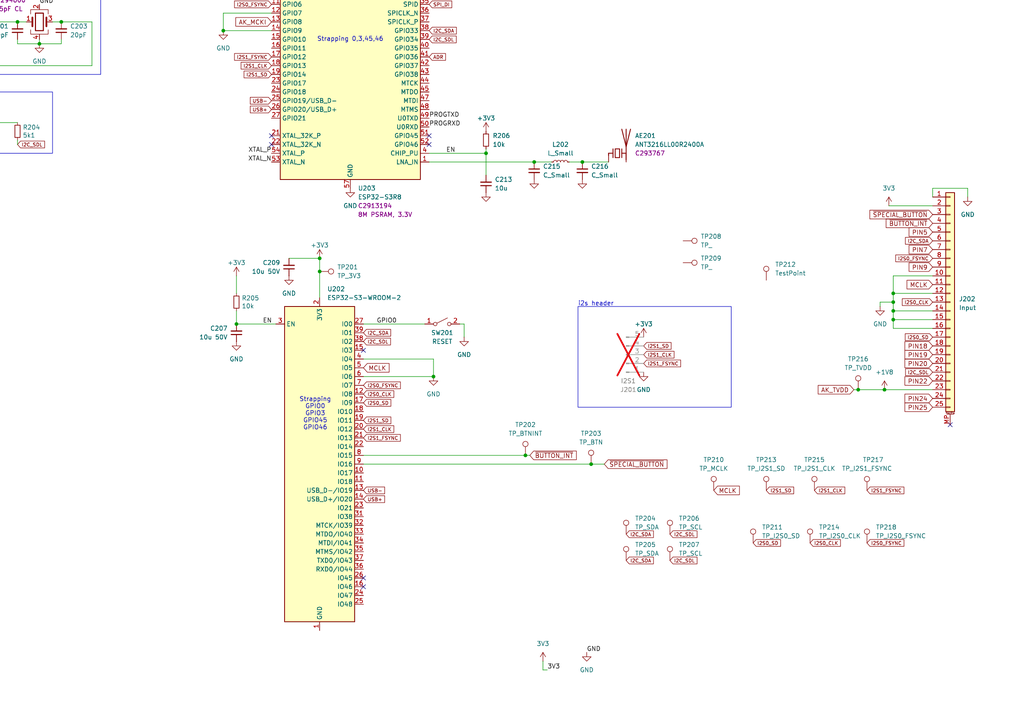
<source format=kicad_sch>
(kicad_sch (version 20231120) (generator "eeschema") (generator_version "8.0")
  (paper "A4")
  (junction (at 7.62 -49.53))
  (junction (at 7.62 -45.72))
  (junction (at 259.08 92.71))
  (junction (at -2.54 35.56))
  (junction (at 111.76 -36.83))
  (junction (at 140.97 44.45))
  (junction (at 44.45 -44.45))
  (junction (at 259.08 85.09))
  (junction (at 133.35 -31.75))
  (junction (at 76.2 -44.45))
  (junction (at 152.4 132.08))
  (junction (at 92.71 74.93))
  (junction (at 256.54 113.03))
  (junction (at 259.08 87.63))
  (junction (at 123.19 -31.75))
  (junction (at 125.73 109.22))
  (junction (at 85.09 -44.45))
  (junction (at 154.94 46.99))
  (junction (at 106.68 -36.83))
  (junction (at 248.92 113.03))
  (junction (at 111.76 -31.75))
  (junction (at 168.91 46.99))
  (junction (at 64.77 -38.1))
  (junction (at 11.43 12.7))
  (junction (at 68.58 93.98))
  (junction (at 123.19 -36.83))
  (junction (at 64.77 8.89))
  (junction (at 133.35 -36.83))
  (junction (at 54.61 -38.1))
  (junction (at 106.68 -24.13))
  (junction (at 92.71 78.74))
  (junction (at 17.78 6.35))
  (junction (at 5.08 6.35))
  (junction (at 171.45 134.62))
  (junction (at -5.08 -40.64))
  (junction (at 54.61 -44.45))
  (junction (at 259.08 90.17))
  (junction (at 106.68 -26.67))
  (junction (at 64.77 -44.45))
  (no_connect (at 124.46 -13.97))
  (no_connect (at 105.41 167.64))
  (no_connect (at 124.46 41.91))
  (no_connect (at 124.46 39.37))
  (no_connect (at 105.41 170.18))
  (no_connect (at 275.59 123.19))
  (no_connect (at 105.41 101.6))
  (no_connect (at 78.74 -6.35))
  (no_connect (at 78.74 41.91))
  (no_connect (at 78.74 39.37))
  (wire (pts (xy 105.41 132.08) (xy 152.4 132.08)))
  (wire (pts (xy 64.77 -44.45) (xy 68.58 -44.45)))
  (wire (pts (xy -10.16 41.91) (xy -10.16 40.64)))
  (wire (pts (xy 15.24 -45.72) (xy 19.05 -45.72)))
  (wire (pts (xy 259.08 92.71) (xy 270.51 92.71)))
  (wire (pts (xy 257.81 59.69) (xy 270.51 59.69)))
  (wire (pts (xy 259.08 90.17) (xy 270.51 90.17)))
  (wire (pts (xy 259.08 85.09) (xy 270.51 85.09)))
  (wire (pts (xy 106.68 -26.67) (xy 106.68 -24.13)))
  (wire (pts (xy 105.41 109.22) (xy 125.73 109.22)))
  (wire (pts (xy 76.2 -44.45) (xy 85.09 -44.45)))
  (wire (pts (xy 106.68 -36.83) (xy 111.76 -36.83)))
  (wire (pts (xy -8.89 8.89) (xy -3.81 8.89)))
  (wire (pts (xy 17.78 11.43) (xy 17.78 12.7)))
  (wire (pts (xy 101.6 -21.59) (xy 101.6 -24.13)))
  (wire (pts (xy -5.08 -49.53) (xy 7.62 -49.53)))
  (wire (pts (xy 270.51 80.01) (xy 259.08 80.01)))
  (wire (pts (xy 7.62 -50.8) (xy 7.62 -49.53)))
  (wire (pts (xy 259.08 92.71) (xy 259.08 95.25)))
  (wire (pts (xy 96.52 -21.59) (xy 96.52 -26.67)))
  (wire (pts (xy -5.08 -49.53) (xy -5.08 -48.26)))
  (wire (pts (xy 165.1 46.99) (xy 168.91 46.99)))
  (wire (pts (xy 255.27 87.63) (xy 259.08 87.63)))
  (wire (pts (xy 11.43 12.7) (xy 17.78 12.7)))
  (wire (pts (xy 54.61 -38.1) (xy 64.77 -38.1)))
  (wire (pts (xy 5.08 11.43) (xy 5.08 12.7)))
  (wire (pts (xy -10.16 35.56) (xy -2.54 35.56)))
  (wire (pts (xy 64.77 -38.1) (xy 76.2 -38.1)))
  (wire (pts (xy 270.51 57.15) (xy 270.51 54.61)))
  (wire (pts (xy 175.26 134.62) (xy 171.45 134.62)))
  (wire (pts (xy 64.77 -43.18) (xy 64.77 -44.45)))
  (wire (pts (xy 15.24 6.35) (xy 17.78 6.35)))
  (wire (pts (xy 133.35 93.98) (xy 134.62 93.98)))
  (wire (pts (xy 140.97 44.45) (xy 140.97 43.18)))
  (wire (pts (xy 255.27 88.9) (xy 255.27 87.63)))
  (wire (pts (xy 96.52 -26.67) (xy 106.68 -26.67)))
  (wire (pts (xy -5.08 -40.64) (xy -2.54 -40.64)))
  (wire (pts (xy 105.41 93.98) (xy 123.19 93.98)))
  (wire (pts (xy 123.19 -31.75) (xy 133.35 -31.75)))
  (wire (pts (xy 153.67 132.08) (xy 152.4 132.08)))
  (wire (pts (xy 64.77 8.89) (xy 78.74 8.89)))
  (wire (pts (xy 105.41 134.62) (xy 171.45 134.62)))
  (wire (pts (xy 17.78 6.35) (xy 26.67 6.35)))
  (wire (pts (xy -5.08 -43.18) (xy -5.08 -40.64)))
  (wire (pts (xy 133.35 -31.75) (xy 143.51 -31.75)))
  (wire (pts (xy 111.76 -31.75) (xy 123.19 -31.75)))
  (wire (pts (xy 7.62 -49.53) (xy 7.62 -45.72)))
  (wire (pts (xy 259.08 90.17) (xy 259.08 92.71)))
  (wire (pts (xy 68.58 93.98) (xy 80.01 93.98)))
  (wire (pts (xy 256.54 113.03) (xy 270.51 113.03)))
  (wire (pts (xy 125.73 109.22) (xy 125.73 104.14)))
  (wire (pts (xy 270.51 54.61) (xy 280.67 54.61)))
  (wire (pts (xy -7.62 -40.64) (xy -5.08 -40.64)))
  (wire (pts (xy 68.58 80.01) (xy 68.58 85.09)))
  (wire (pts (xy 68.58 90.17) (xy 68.58 93.98)))
  (wire (pts (xy 104.14 -43.18) (xy 104.14 -21.59)))
  (wire (pts (xy 7.62 -45.72) (xy 10.16 -45.72)))
  (wire (pts (xy 64.77 3.81) (xy 64.77 8.89)))
  (wire (pts (xy 11.43 11.43) (xy 11.43 12.7)))
  (wire (pts (xy 124.46 46.99) (xy 154.94 46.99)))
  (wire (pts (xy 85.09 -44.45) (xy 99.06 -44.45)))
  (wire (pts (xy 157.48 191.77) (xy 157.48 194.31)))
  (wire (pts (xy 259.08 80.01) (xy 259.08 85.09)))
  (wire (pts (xy 259.08 95.25) (xy 270.51 95.25)))
  (wire (pts (xy 5.08 41.91) (xy 5.08 40.64)))
  (wire (pts (xy 44.45 -38.1) (xy 54.61 -38.1)))
  (wire (pts (xy 106.68 -36.83) (xy 106.68 -26.67)))
  (wire (pts (xy 92.71 74.93) (xy 83.82 74.93)))
  (wire (pts (xy 111.76 -36.83) (xy 123.19 -36.83)))
  (wire (pts (xy 247.65 113.03) (xy 248.92 113.03)))
  (wire (pts (xy 54.61 -44.45) (xy 64.77 -44.45)))
  (wire (pts (xy 5.08 12.7) (xy 11.43 12.7)))
  (wire (pts (xy 106.68 -24.13) (xy 106.68 -21.59)))
  (wire (pts (xy 26.67 6.35) (xy 26.67 19.05)))
  (wire (pts (xy 134.62 93.98) (xy 134.62 97.79)))
  (wire (pts (xy 123.19 -36.83) (xy 133.35 -36.83)))
  (wire (pts (xy 133.35 -36.83) (xy 143.51 -36.83)))
  (wire (pts (xy 124.46 44.45) (xy 140.97 44.45)))
  (wire (pts (xy 157.48 194.31) (xy 158.75 194.31)))
  (wire (pts (xy 99.06 -44.45) (xy 99.06 -21.59)))
  (wire (pts (xy -3.81 6.35) (xy 5.08 6.35)))
  (wire (pts (xy 259.08 85.09) (xy 259.08 87.63)))
  (wire (pts (xy 66.04 -13.97) (xy 78.74 -13.97)))
  (wire (pts (xy 44.45 -49.53) (xy 44.45 -44.45)))
  (wire (pts (xy 92.71 74.93) (xy 92.71 78.74)))
  (wire (pts (xy 78.74 3.81) (xy 64.77 3.81)))
  (wire (pts (xy 92.71 78.74) (xy 92.71 86.36)))
  (wire (pts (xy 76.2 -43.18) (xy 76.2 -44.45)))
  (wire (pts (xy 26.67 19.05) (xy -3.81 19.05)))
  (wire (pts (xy 248.92 113.03) (xy 256.54 113.03)))
  (wire (pts (xy 54.61 -43.18) (xy 54.61 -44.45)))
  (wire (pts (xy 168.91 46.99) (xy 176.53 46.99)))
  (wire (pts (xy 154.94 46.99) (xy 160.02 46.99)))
  (wire (pts (xy 101.6 -24.13) (xy 106.68 -24.13)))
  (wire (pts (xy 280.67 54.61) (xy 280.67 57.15)))
  (wire (pts (xy 5.08 6.35) (xy 7.62 6.35)))
  (wire (pts (xy 44.45 -44.45) (xy 54.61 -44.45)))
  (wire (pts (xy 44.45 -43.18) (xy 44.45 -44.45)))
  (wire (pts (xy 125.73 104.14) (xy 105.41 104.14)))
  (wire (pts (xy -2.54 35.56) (xy -2.54 34.29)))
  (wire (pts (xy 85.09 -46.99) (xy 85.09 -44.45)))
  (wire (pts (xy 73.66 -44.45) (xy 76.2 -44.45)))
  (wire (pts (xy 5.08 35.56) (xy -2.54 35.56)))
  (wire (pts (xy -3.81 19.05) (xy -3.81 8.89)))
  (wire (pts (xy 140.97 50.8) (xy 140.97 44.45)))
  (wire (pts (xy 259.08 87.63) (xy 259.08 90.17)))
  (rectangle (start -17.78 -7.62) (end 29.21 21.59))
  (rectangle (start 167.64 88.9) (end 212.09 118.11))
  (rectangle (start -17.78 26.67) (end 15.24 44.45))
  (rectangle (start -17.78 -58.42) (end 33.02 -12.7))
  (text "Strapping 0,3,45,46" (at 101.6 11.43 0) (effects (font (size 1.27 1.27))))
  (text "Do not use. In-package SRAM." (at 137.414 -13.716 0) (effects (font (size 1 1))))
  (text "SPI Flash" (at -17.78 -59.055 0) (effects (font (size 1.27 1.27)) (justify left bottom)))
  (text "i2s header" (at 167.64 88.9 0) (effects (font (size 1.27 1.27)) (justify left bottom)))
  (text "I2C Pullup" (at -17.78 26.035 0) (effects (font (size 1.27 1.27)) (justify left bottom)))
  (text "Strapping\nGPIO0\nGPIO3\nGPIO45\nGPIO46" (at 91.44 120.015 0) (effects (font (size 1.27 1.27))))
  (text "Crystal" (at -17.78 -8.255 0) (effects (font (size 1.27 1.27)) (justify left bottom)))
  (label "GPIO0" (at 109.22 93.98 0))
  (label "GND" (at 11.43 1.27 0))
  (label "GND" (at 170.18 189.23 0))
  (label "GPIO0" (at 78.74 -13.97 180))
  (label "3V3" (at 158.75 194.31 0))
  (label "PROGRXD" (at 124.46 36.83 0))
  (label "XTAL_N" (at -8.89 8.89 180))
  (label "XTAL_P" (at -8.89 6.35 180))
  (label "EN" (at 132.08 44.45 180))
  (label "PROGTXD" (at 124.46 34.29 0))
  (label "XTAL_N" (at 78.74 46.99 180))
  (label "XTAL_P" (at 78.74 44.45 180))
  (label "EN" (at 76.2 93.98 0))
  (global_label "I2C_SDL" (shape input) (at 124.46 11.43 0) (effects (font (size 1 1))) (property "Intersheetrefs" "${INTERSHEET_REFS}" (effects (hide yes))))
  (global_label "I2S0_FSYNC" (shape input) (at 105.41 111.76 0) (effects (font (size 1 1))) (property "Intersheetrefs" "${INTERSHEET_REFS}" (effects (hide yes))))
  (global_label "I2C_SDL" (shape input) (at 194.31 154.94 0) (effects (font (size 1 1))) (property "Intersheetrefs" "${INTERSHEET_REFS}" (effects (hide yes))))
  (global_label "I2S0_CLK" (shape input) (at 270.51 87.63 180) (effects (font (size 1 1))) (property "Intersheetrefs" "${INTERSHEET_REFS}" (effects (hide yes))))
  (global_label "MCLK" (shape input) (at 207.01 142.24 0) (property "Intersheetrefs" "${INTERSHEET_REFS}" (effects (hide yes))))
  (global_label "SPI_CS0" (shape input) (at -7.62 -40.64 180) (effects (font (size 1 1))) (property "Intersheetrefs" "${INTERSHEET_REFS}" (effects (hide yes))))
  (global_label "MCLK" (shape input) (at 105.41 106.68 0) (property "Intersheetrefs" "${INTERSHEET_REFS}" (effects (hide yes))))
  (global_label "I2S1_SD" (shape input) (at 105.41 121.92 0) (effects (font (size 1 1))) (property "Intersheetrefs" "${INTERSHEET_REFS}" (effects (hide yes))))
  (global_label "I2S0_CLK" (shape input) (at 105.41 114.3 0) (effects (font (size 1 1))) (property "Intersheetrefs" "${INTERSHEET_REFS}" (effects (hide yes))))
  (global_label "I2S1_CLK" (shape input) (at 236.22 142.24 0) (effects (font (size 1 1))) (property "Intersheetrefs" "${INTERSHEET_REFS}" (effects (hide yes))))
  (global_label "~{BUTTON_INT}" (shape input) (at 153.67 132.08 0) (property "Intersheetrefs" "${INTERSHEET_REFS}" (effects (hide yes))))
  (global_label "SPI_WP" (shape input) (at 124.46 -8.89 0) (effects (font (size 1 1))) (property "Intersheetrefs" "${INTERSHEET_REFS}" (effects (hide yes))))
  (global_label "PIN9" (shape input) (at 270.51 77.47 180) (property "Intersheetrefs" "${INTERSHEET_REFS}" (effects (hide yes))))
  (global_label "USB-" (shape input) (at 105.41 142.24 0) (effects (font (size 1 1))) (property "Intersheetrefs" "${INTERSHEET_REFS}" (effects (hide yes))))
  (global_label "PIN24" (shape input) (at 270.51 115.57 180) (property "Intersheetrefs" "${INTERSHEET_REFS}" (effects (hide yes))))
  (global_label "~{SPECIAL_BUTTON}" (shape input) (at 270.51 62.23 180) (property "Intersheetrefs" "${INTERSHEET_REFS}" (effects (hide yes))))
  (global_label "SPI_HD" (shape input) (at 124.46 -11.43 0) (effects (font (size 1 1))) (property "Intersheetrefs" "${INTERSHEET_REFS}" (effects (hide yes))))
  (global_label "I2S0_SD" (shape input) (at 270.51 97.79 180) (effects (font (size 1 1))) (property "Intersheetrefs" "${INTERSHEET_REFS}" (effects (hide yes))))
  (global_label "SPI_HD" (shape input) (at -2.54 -27.94 180) (effects (font (size 1 1))) (property "Intersheetrefs" "${INTERSHEET_REFS}" (effects (hide yes))))
  (global_label "~{BUTTON_INT}" (shape input) (at 270.51 64.77 180) (property "Intersheetrefs" "${INTERSHEET_REFS}" (effects (hide yes))))
  (global_label "I2C_SDL" (shape input) (at 194.31 162.56 0) (effects (font (size 1 1))) (property "Intersheetrefs" "${INTERSHEET_REFS}" (effects (hide yes))))
  (global_label "I2S0_FSYNC" (shape input) (at 251.46 157.48 0) (effects (font (size 1 1))) (property "Intersheetrefs" "${INTERSHEET_REFS}" (effects (hide yes))))
  (global_label "SPI_DO" (shape input) (at 124.46 -1.27 0) (effects (font (size 1 1))) (property "Intersheetrefs" "${INTERSHEET_REFS}" (effects (hide yes))))
  (global_label "I2C_SDL" (shape input) (at 270.51 107.95 180) (effects (font (size 1 1))) (property "Intersheetrefs" "${INTERSHEET_REFS}" (effects (hide yes))))
  (global_label "I2C_SDA" (shape input) (at 124.46 8.89 0) (effects (font (size 1 1))) (property "Intersheetrefs" "${INTERSHEET_REFS}" (effects (hide yes))))
  (global_label "I2S1_SD" (shape input) (at 78.74 21.59 180) (effects (font (size 1 1))) (property "Intersheetrefs" "${INTERSHEET_REFS}" (effects (hide yes))))
  (global_label "SPI_DO" (shape input) (at -2.54 -33.02 180) (effects (font (size 1 1))) (property "Intersheetrefs" "${INTERSHEET_REFS}" (effects (hide yes))))
  (global_label "I2S0_CLK" (shape input) (at 78.74 -1.27 180) (effects (font (size 1 1))) (property "Intersheetrefs" "${INTERSHEET_REFS}" (effects (hide yes))))
  (global_label "SPI_DI" (shape input) (at -2.54 -35.56 180) (effects (font (size 1 1))) (property "Intersheetrefs" "${INTERSHEET_REFS}" (effects (hide yes))))
  (global_label "PIN20" (shape input) (at 270.51 105.41 180) (property "Intersheetrefs" "${INTERSHEET_REFS}" (effects (hide yes))))
  (global_label "I2S1_CLK" (shape input) (at 78.74 19.05 180) (effects (font (size 1 1))) (property "Intersheetrefs" "${INTERSHEET_REFS}" (effects (hide yes))))
  (global_label "I2C_SDA" (shape input) (at -10.16 41.91 0) (effects (font (size 1 1))) (property "Intersheetrefs" "${INTERSHEET_REFS}" (effects (hide yes))))
  (global_label "USB+" (shape input) (at 78.74 31.75 180) (effects (font (size 1 1))) (property "Intersheetrefs" "${INTERSHEET_REFS}" (effects (hide yes))))
  (global_label "I2S1_FSYNC" (shape input) (at 105.41 127 0) (effects (font (size 1 1))) (property "Intersheetrefs" "${INTERSHEET_REFS}" (effects (hide yes))))
  (global_label "I2C_SDL" (shape input) (at 5.08 41.91 0) (effects (font (size 1 1))) (property "Intersheetrefs" "${INTERSHEET_REFS}" (effects (hide yes))))
  (global_label "SPI_WP" (shape input) (at -2.54 -30.48 180) (effects (font (size 1 1))) (property "Intersheetrefs" "${INTERSHEET_REFS}" (effects (hide yes))))
  (global_label "I2S0_FSYNC" (shape input) (at 270.51 74.93 180) (effects (font (size 1 1))) (property "Intersheetrefs" "${INTERSHEET_REFS}" (effects (hide yes))))
  (global_label "USB-" (shape input) (at 78.74 29.21 180) (effects (font (size 1 1))) (property "Intersheetrefs" "${INTERSHEET_REFS}" (effects (hide yes))))
  (global_label "SPI_CLK" (shape input) (at 124.46 -3.81 0) (effects (font (size 1 1))) (property "Intersheetrefs" "${INTERSHEET_REFS}" (effects (hide yes))))
  (global_label "I2S0_SD" (shape input) (at 78.74 -3.81 180) (effects (font (size 1 1))) (property "Intersheetrefs" "${INTERSHEET_REFS}" (effects (hide yes))))
  (global_label "SPI_DI" (shape input) (at 124.46 1.27 0) (effects (font (size 1 1))) (property "Intersheetrefs" "${INTERSHEET_REFS}" (effects (hide yes))))
  (global_label "I2C_SDL" (shape input) (at 105.41 99.06 0) (effects (font (size 1 1))) (property "Intersheetrefs" "${INTERSHEET_REFS}" (effects (hide yes))))
  (global_label "MCLK" (shape input) (at 270.51 82.55 180) (property "Intersheetrefs" "${INTERSHEET_REFS}" (effects (hide yes))))
  (global_label "I2S1_CLK" (shape input) (at 105.41 124.46 0) (effects (font (size 1 1))) (property "Intersheetrefs" "${INTERSHEET_REFS}" (effects (hide yes))))
  (global_label "I2S1_FSYNC" (shape input) (at 186.69 105.41 0) (effects (font (size 1 1))) (property "Intersheetrefs" "${INTERSHEET_REFS}" (effects (hide yes))))
  (global_label "I2C_SDA" (shape input) (at 181.61 154.94 0) (effects (font (size 1 1))) (property "Intersheetrefs" "${INTERSHEET_REFS}" (effects (hide yes))))
  (global_label "I2C_SDA" (shape input) (at 105.41 96.52 0) (effects (font (size 1 1))) (property "Intersheetrefs" "${INTERSHEET_REFS}" (effects (hide yes))))
  (global_label "I2S1_SD" (shape input) (at 186.69 100.33 0) (effects (font (size 1 1))) (property "Intersheetrefs" "${INTERSHEET_REFS}" (effects (hide yes))))
  (global_label "I2S0_FSYNC" (shape input) (at 78.74 1.27 180) (effects (font (size 1 1))) (property "Intersheetrefs" "${INTERSHEET_REFS}" (effects (hide yes))))
  (global_label "I2S1_FSYNC" (shape input) (at 78.74 16.51 180) (effects (font (size 1 1))) (property "Intersheetrefs" "${INTERSHEET_REFS}" (effects (hide yes))))
  (global_label "PIN19" (shape input) (at 270.51 102.87 180) (property "Intersheetrefs" "${INTERSHEET_REFS}" (effects (hide yes))))
  (global_label "PIN22" (shape input) (at 270.51 110.49 180) (property "Intersheetrefs" "${INTERSHEET_REFS}" (effects (hide yes))))
  (global_label "PIN25" (shape input) (at 270.51 118.11 180) (property "Intersheetrefs" "${INTERSHEET_REFS}" (effects (hide yes))))
  (global_label "PIN5" (shape input) (at 270.51 67.31 180) (property "Intersheetrefs" "${INTERSHEET_REFS}" (effects (hide yes))))
  (global_label "USB+" (shape input) (at 105.41 144.78 0) (effects (font (size 1 1))) (property "Intersheetrefs" "${INTERSHEET_REFS}" (effects (hide yes))))
  (global_label "ADR" (shape input) (at 124.46 16.51 0) (effects (font (size 1 1))) (property "Intersheetrefs" "${INTERSHEET_REFS}" (effects (hide yes))))
  (global_label "~{SPECIAL_BUTTON}" (shape input) (at 175.26 134.62 0) (property "Intersheetrefs" "${INTERSHEET_REFS}" (effects (hide yes))))
  (global_label "AK_TVDD" (shape input) (at 247.65 113.03 180) (property "Intersheetrefs" "${INTERSHEET_REFS}" (effects (hide yes))))
  (global_label "AK_MCKI" (shape input) (at 78.74 6.35 180) (property "Intersheetrefs" "${INTERSHEET_REFS}" (effects (hide yes))))
  (global_label "I2S1_SD" (shape input) (at 222.25 142.24 0) (effects (font (size 1 1))) (property "Intersheetrefs" "${INTERSHEET_REFS}" (effects (hide yes))))
  (global_label "I2C_SDA" (shape input) (at 270.51 69.85 180) (effects (font (size 1 1))) (property "Intersheetrefs" "${INTERSHEET_REFS}" (effects (hide yes))))
  (global_label "I2C_SDA" (shape input) (at 181.61 162.56 0) (effects (font (size 1 1))) (property "Intersheetrefs" "${INTERSHEET_REFS}" (effects (hide yes))))
  (global_label "PIN7" (shape input) (at 270.51 72.39 180) (property "Intersheetrefs" "${INTERSHEET_REFS}" (effects (hide yes))))
  (global_label "I2S0_SD" (shape input) (at 218.44 157.48 0) (effects (font (size 1 1))) (property "Intersheetrefs" "${INTERSHEET_REFS}" (effects (hide yes))))
  (global_label "SPI_CLK" (shape input) (at -2.54 -38.1 180) (effects (font (size 1 1))) (property "Intersheetrefs" "${INTERSHEET_REFS}" (effects (hide yes))))
  (global_label "I2S1_FSYNC" (shape input) (at 251.46 142.24 0) (effects (font (size 1 1))) (property "Intersheetrefs" "${INTERSHEET_REFS}" (effects (hide yes))))
  (global_label "I2S0_SD" (shape input) (at 105.41 116.84 0) (effects (font (size 1 1))) (property "Intersheetrefs" "${INTERSHEET_REFS}" (effects (hide yes))))
  (global_label "SPI_CS0" (shape input) (at 124.46 -6.35 0) (effects (font (size 1 1))) (property "Intersheetrefs" "${INTERSHEET_REFS}" (effects (hide yes))))
  (global_label "PIN18" (shape input) (at 270.51 100.33 180) (property "Intersheetrefs" "${INTERSHEET_REFS}" (effects (hide yes))))
  (global_label "I2S0_CLK" (shape input) (at 234.95 157.48 0) (effects (font (size 1 1))) (property "Intersheetrefs" "${INTERSHEET_REFS}" (effects (hide yes))))
  (global_label "I2S1_CLK" (shape input) (at 186.69 102.87 0) (effects (font (size 1 1))) (property "Intersheetrefs" "${INTERSHEET_REFS}" (effects (hide yes))))
  (symbol (lib_id "Device:C_Small") (at 143.51 -34.29 180) (unit 1) (on_board no)
    (property "Reference" "C214" (at 146.05 -35.5665 0) (effects (justify right)))
    (property "Value" "100n" (at 146.05 -33.0265 0) (effects (justify right)))
    (property "Footprint" "Capacitor_SMD:C_0402_1005Metric" (effects (hide yes)))
    (property "Description" "Unpolarized capacitor, small symbol" (effects (hide yes)))
    (property "LCSC" "C307331" (effects (hide yes)))
  )
  (symbol (lib_id "Connector:TestPoint") (at 251.46 142.24 0) (unit 1)
    (property "Reference" "TP217" (at 250.19 133.35 0) (effects (justify left)))
    (property "Value" "TP_I2S1_FSYNC" (at 251.46 135.89 0))
    (property "Footprint" "TestPoint:TestPoint_Loop_D2.60mm_Drill1.6mm_Beaded" (effects (hide yes)))
  )
  (symbol (lib_id "power:GND") (at 134.62 97.79 0) (unit 1)
    (property "Reference" "#PWR0219" (effects (hide yes)))
    (property "Value" "GND" (at 134.62 102.87 0))
    (property "Description" "Power symbol creates a global label with name \"GND\" , ground" (effects (hide yes)))
  )
  (symbol (lib_id "power:GND") (at 83.82 80.01 0) (unit 1)
    (property "Reference" "#PWR0211" (effects (hide yes)))
    (property "Value" "GND" (at 83.82 85.09 0))
    (property "Description" "Power symbol creates a global label with name \"GND\" , ground" (effects (hide yes)))
  )
  (symbol (lib_id "Device:R_Small") (at -5.08 -45.72 0) (mirror x) (unit 1) (on_board no)
    (property "Reference" "R203" (at -7.62 -46.9901 0) (effects (justify right)))
    (property "Value" "100k" (at -7.62 -44.4501 0) (effects (justify right)))
    (property "Description" "Resistor, small symbol" (effects (hide yes)))
  )
  (symbol (lib_id "power:+1V8") (at 256.54 113.03 0) (unit 1)
    (property "Reference" "#PWR0229" (effects (hide yes)))
    (property "Value" "+1V8" (at 256.54 107.95 0))
    (property "Description" "Power symbol creates a global label with name \"+1V8\"" (effects (hide yes)))
  )
  (symbol (lib_id "Device:C_Small") (at 17.78 8.89 180) (unit 1) (on_board no)
    (property "Reference" "C203" (at 20.32 7.6135 0) (effects (justify right)))
    (property "Value" "20pF" (at 20.32 10.1535 0) (effects (justify right)))
    (property "Footprint" "Capacitor_SMD:C_0402_1005Metric" (effects (hide yes)))
    (property "Description" "Unpolarized capacitor, small symbol" (effects (hide yes)))
    (property "LCSC" "C1554" (effects (hide yes)))
  )
  (symbol (lib_id "Connector_Generic_MountingPin:Conn_01x25_MountingPin") (at 275.59 87.63 0) (unit 1)
    (property "Reference" "J202" (at 278.13 86.7155 0) (effects (justify left)))
    (property "Value" "Input" (at 278.13 89.2555 0) (effects (justify left)))
    (property "Footprint" "alexa:CONN_502598-2593_MOLEX" (effects (hide yes)))
    (property "Description" "Generic connectable mounting pin connector, single row, 01x25, script generated (kicad-library-utils/schlib/autogen/connector/)" (effects (hide yes)))
    (property "LCSC" "C3168400" (effects (hide yes)))
  )
  (symbol (lib_id "power:VDD") (at 44.45 -49.53 0) (unit 1) (on_board no)
    (property "Reference" "#PWR0206" (effects (hide yes)))
    (property "Value" "3V3" (at 44.45 -54.61 0))
    (property "Description" "Power symbol creates a global label with name \"VDD\"" (effects (hide yes)))
  )
  (symbol (lib_id "Device:C_Small") (at 83.82 77.47 0) (mirror x) (unit 1)
    (property "Reference" "C209" (at 81.28 76.1999 0) (effects (justify right)))
    (property "Value" "10u 50V" (at 81.28 78.7399 0) (effects (justify right)))
    (property "Footprint" "Capacitor_SMD:C_1206_3216Metric" (effects (hide yes)))
    (property "LCSC" "C13585" (effects (hide yes)))
  )
  (symbol (lib_id "Connector:TestPoint") (at 181.61 162.56 0) (unit 1)
    (property "Reference" "TP205" (at 184.15 157.9879 0) (effects (justify left)))
    (property "Value" "TP_SDA" (at 184.15 160.5279 0) (effects (justify left)))
    (property "Footprint" "TestPoint:TestPoint_Loop_D2.60mm_Drill1.6mm_Beaded" (effects (hide yes)))
  )
  (symbol (lib_name "GND_1") (lib_id "power:GND") (at 154.94 52.07 0) (unit 1) (on_board no)
    (property "Reference" "#PWR0222" (effects (hide yes)))
    (property "Value" "GND" (effects (hide yes)))
  )
  (symbol (lib_id "power:VDD") (at 157.48 191.77 0) (unit 1)
    (property "Reference" "#PWR0223" (effects (hide yes)))
    (property "Value" "3V3" (at 157.48 186.69 0))
    (property "Description" "Power symbol creates a global label with name \"VDD\"" (effects (hide yes)))
  )
  (symbol (lib_id "power:GND") (at 64.77 8.89 0) (unit 1) (on_board no)
    (property "Reference" "#PWR0208" (effects (hide yes)))
    (property "Value" "GND" (at 64.77 13.97 0))
    (property "Description" "Power symbol creates a global label with name \"GND\" , ground" (effects (hide yes)))
  )
  (symbol (lib_id "Device:R_Small") (at -6.35 6.35 90) (unit 1) (on_board no)
    (property "Reference" "R202" (at -6.35 -1.27 90))
    (property "Value" "22" (at -6.35 1.27 90))
    (property "Footprint" "Resistor_SMD:R_0402_1005Metric" (effects (hide yes)))
    (property "Description" "Resistor, small symbol" (effects (hide yes)))
    (property "LCSC" "C25092" (at -6.35 3.81 90))
  )
  (symbol (lib_id "Device:R_Small") (at -10.16 38.1 0) (unit 1) (on_board no)
    (property "Reference" "R201" (at -8.6614 36.9316 0) (effects (justify left)))
    (property "Value" "5k1" (at -8.6614 39.243 0) (effects (justify left)))
    (property "Footprint" "Resistor_SMD:R_0402_1005Metric" (effects (hide yes)))
    (property "LCSC" "C25905" (effects (hide yes)))
  )
  (symbol (lib_name "GND_1") (lib_id "power:GND") (at 140.97 55.88 0) (unit 1) (on_board no)
    (property "Reference" "#PWR0221" (effects (hide yes)))
    (property "Value" "GND" (effects (hide yes)))
  )
  (symbol (lib_id "Device:C_Small") (at 12.7 -45.72 90) (unit 1) (on_board no)
    (property "Reference" "C202" (at 12.7063 -52.07 90))
    (property "Value" "100n" (at 12.7063 -49.53 90))
    (property "Footprint" "Capacitor_SMD:C_0402_1005Metric" (effects (hide yes)))
    (property "Description" "Unpolarized capacitor, small symbol" (effects (hide yes)))
    (property "LCSC" "C307331" (effects (hide yes)))
  )
  (symbol (lib_id "Connector:TestPoint") (at 248.92 113.03 0) (unit 1)
    (property "Reference" "TP216" (at 248.92 104.14 0))
    (property "Value" "TP_TVDD" (at 248.92 106.68 0))
    (property "Footprint" "TestPoint:TestPoint_Loop_D2.60mm_Drill1.6mm_Beaded" (effects (hide yes)))
  )
  (symbol (lib_id "Connector:TestPoint") (at 194.31 162.56 0) (unit 1)
    (property "Reference" "TP207" (at 196.85 157.9879 0) (effects (justify left)))
    (property "Value" "TP_SCL" (at 196.85 160.5279 0) (effects (justify left)))
    (property "Footprint" "TestPoint:TestPoint_Loop_D2.60mm_Drill1.6mm_Beaded" (effects (hide yes)))
  )
  (symbol (lib_id "Device:C_Small") (at 140.97 53.34 0) (mirror x) (unit 1) (on_board no)
    (property "Reference" "C213" (at 143.51 52.0635 0) (effects (justify left)))
    (property "Value" "10u" (at 143.51 54.6035 0) (effects (justify left)))
    (property "Footprint" "Capacitor_SMD:C_0603_1608Metric" (effects (hide yes)))
    (property "LCSC" "C96446" (effects (hide yes)))
  )
  (symbol (lib_id "power:+3V3") (at 140.97 38.1 0) (unit 1) (on_board no)
    (property "Reference" "#PWR0220" (effects (hide yes)))
    (property "Value" "+3V3" (at 140.97 34.29 0))
  )
  (symbol (lib_id "power:GND") (at 7.62 -20.32 0) (unit 1) (on_board no)
    (property "Reference" "#PWR0203" (effects (hide yes)))
    (property "Value" "GND" (at 7.62 -15.24 0))
    (property "Description" "Power symbol creates a global label with name \"GND\" , ground" (effects (hide yes)))
  )
  (symbol (lib_id "Connector:TestPoint") (at 198.12 76.2 270) (unit 1)
    (property "Reference" "TP209" (at 203.2 74.9299 90) (effects (justify left)))
    (property "Value" "TP_" (at 203.2 77.4699 90) (effects (justify left)))
    (property "Footprint" "TestPoint:TestPoint_Loop_D2.60mm_Drill1.6mm_Beaded" (effects (hide yes)))
  )
  (symbol (lib_id "power:GND") (at 186.69 107.95 0) (unit 1)
    (property "Reference" "#PWR0227" (effects (hide yes)))
    (property "Value" "GND" (at 186.69 113.03 0))
    (property "Description" "Power symbol creates a global label with name \"GND\" , ground" (effects (hide yes)))
  )
  (symbol (lib_name "GND_1") (lib_id "power:GND") (at 168.91 52.07 0) (unit 1) (on_board no)
    (property "Reference" "#PWR0224" (effects (hide yes)))
    (property "Value" "GND" (effects (hide yes)))
  )
  (symbol (lib_id "Device:C_Small") (at 133.35 -34.29 180) (unit 1) (on_board no)
    (property "Reference" "C212" (at 135.89 -35.5665 0) (effects (justify right)))
    (property "Value" "100n" (at 135.89 -33.0265 0) (effects (justify right)))
    (property "Footprint" "Capacitor_SMD:C_0402_1005Metric" (effects (hide yes)))
    (property "Description" "Unpolarized capacitor, small symbol" (effects (hide yes)))
    (property "LCSC" "C307331" (effects (hide yes)))
  )
  (symbol (lib_id "power:GND") (at 64.77 -38.1 0) (unit 1) (on_board no)
    (property "Reference" "#PWR0207" (effects (hide yes)))
    (property "Value" "GND" (at 64.77 -33.02 0))
    (property "Description" "Power symbol creates a global label with name \"GND\" , ground" (effects (hide yes)))
  )
  (symbol (lib_id "Connector:TestPoint") (at 198.12 69.85 270) (unit 1)
    (property "Reference" "TP208" (at 203.2 68.5799 90) (effects (justify left)))
    (property "Value" "TP_" (at 203.2 71.1199 90) (effects (justify left)))
    (property "Footprint" "TestPoint:TestPoint_Loop_D2.60mm_Drill1.6mm_Beaded" (effects (hide yes)))
  )
  (symbol (lib_id "power:GND") (at 19.05 -45.72 0) (unit 1) (on_board no)
    (property "Reference" "#PWR0205" (effects (hide yes)))
    (property "Value" "GND" (at 19.05 -40.64 0))
    (property "Description" "Power symbol creates a global label with name \"GND\" , ground" (effects (hide yes)))
  )
  (symbol (lib_id "Connector:TestPoint") (at 234.95 157.48 0) (unit 1)
    (property "Reference" "TP214" (at 237.49 152.9079 0) (effects (justify left)))
    (property "Value" "TP_I2S0_CLK" (at 237.49 155.4479 0) (effects (justify left)))
    (property "Footprint" "TestPoint:TestPoint_Loop_D2.60mm_Drill1.6mm_Beaded" (effects (hide yes)))
  )
  (symbol (lib_id "Connector:TestPoint") (at 218.44 157.48 0) (unit 1)
    (property "Reference" "TP211" (at 220.98 152.9079 0) (effects (justify left)))
    (property "Value" "TP_I2S0_SD" (at 220.98 155.4479 0) (effects (justify left)))
    (property "Footprint" "TestPoint:TestPoint_Loop_D2.60mm_Drill1.6mm_Beaded" (effects (hide yes)))
  )
  (symbol (lib_id "Device:L_Small") (at 71.12 -44.45 90) (unit 1) (on_board no)
    (property "Reference" "L201" (at 71.12 -52.07 90))
    (property "Value" "2nH" (at 71.12 -49.53 90))
    (property "Footprint" "Inductor_SMD:L_0402_1005Metric" (effects (hide yes)))
    (property "Description" "Inductor, small symbol" (effects (hide yes)))
    (property "LCSC" "C361506" (effects (hide yes)))
    (property "Notes" "min 500mA" (at 71.12 -46.99 90))
  )
  (symbol (lib_id "Device:C_Small") (at 64.77 -40.64 180) (unit 1) (on_board no)
    (property "Reference" "C206" (at 67.31 -41.9165 0) (effects (justify right)))
    (property "Value" "100n" (at 67.31 -39.3765 0) (effects (justify right)))
    (property "Footprint" "Capacitor_SMD:C_0402_1005Metric" (effects (hide yes)))
    (property "Description" "Unpolarized capacitor, small symbol" (effects (hide yes)))
    (property "LCSC" "C307331" (effects (hide yes)))
  )
  (symbol (lib_id "Device:R_Small") (at 5.08 38.1 0) (unit 1) (on_board no)
    (property "Reference" "R204" (at 6.5786 36.9316 0) (effects (justify left)))
    (property "Value" "5k1" (at 6.5786 39.243 0) (effects (justify left)))
    (property "Footprint" "Resistor_SMD:R_0402_1005Metric" (effects (hide yes)))
    (property "LCSC" "C25905" (effects (hide yes)))
  )
  (symbol (lib_id "Device:C_Small") (at 76.2 -40.64 180) (unit 1) (on_board no)
    (property "Reference" "C208" (at 78.74 -41.9165 0) (effects (justify right)))
    (property "Value" "100n" (at 78.74 -39.3765 0) (effects (justify right)))
    (property "Footprint" "Capacitor_SMD:C_0402_1005Metric" (effects (hide yes)))
    (property "Description" "Unpolarized capacitor, small symbol" (effects (hide yes)))
    (property "LCSC" "C307331" (effects (hide yes)))
  )
  (symbol (lib_id "Device:C_Small") (at 5.08 8.89 180) (unit 1) (on_board no)
    (property "Reference" "C201" (at 2.54 7.6135 0) (effects (justify left)))
    (property "Value" "20pF" (at 2.54 10.1535 0) (effects (justify left)))
    (property "Footprint" "Capacitor_SMD:C_0402_1005Metric" (effects (hide yes)))
    (property "Description" "Unpolarized capacitor, small symbol" (effects (hide yes)))
    (property "LCSC" "C1554" (effects (hide yes)))
  )
  (symbol (lib_id "power:GND") (at 280.67 57.15 0) (unit 1)
    (property "Reference" "#PWR0231" (effects (hide yes)))
    (property "Value" "GND" (at 280.67 62.23 0))
    (property "Description" "Power symbol creates a global label with name \"GND\" , ground" (effects (hide yes)))
  )
  (symbol (lib_id "Device:Antenna_Chip") (at 179.07 44.45 0) (unit 1) (on_board no)
    (property "Reference" "AE201" (at 184.15 39.3699 0) (effects (justify left)))
    (property "Value" "ANT3216LL00R2400A" (at 184.15 41.9099 0) (effects (justify left)))
    (property "Footprint" "Capacitor_SMD:C_1206_3216Metric" (effects (hide yes)))
    (property "Datasheet" "https://productfinder.pulseelectronics.com/api/open/part-attachments/datasheet/ANT3216LL00R2400A" (effects (hide yes)))
    (property "Description" "Ceramic chip antenna with pin for PCB trace" (effects (hide yes)))
    (property "LCSC" "C293767" (at 184.15 44.4499 0) (effects (justify left)))
  )
  (symbol (lib_id "power:GND") (at 170.18 189.23 0) (unit 1)
    (property "Reference" "#PWR0225" (effects (hide yes)))
    (property "Value" "GND" (at 170.18 194.31 0))
    (property "Description" "Power symbol creates a global label with name \"GND\" , ground" (effects (hide yes)))
  )
  (symbol (lib_id "Device:C_Small") (at 54.61 -40.64 180) (unit 1) (on_board no)
    (property "Reference" "C205" (at 57.15 -41.9165 0) (effects (justify right)))
    (property "Value" "1u" (at 57.15 -39.3765 0) (effects (justify right)))
    (property "Footprint" "Capacitor_SMD:C_0402_1005Metric" (effects (hide yes)))
    (property "Description" "Unpolarized capacitor, small symbol" (effects (hide yes)))
    (property "LCSC" "C52923" (effects (hide yes)))
  )
  (symbol (lib_id "power:+3V3") (at 186.69 97.79 0) (unit 1)
    (property "Reference" "#PWR0226" (effects (hide yes)))
    (property "Value" "+3V3" (at 186.69 93.98 0))
    (property "Description" "Power symbol creates a global label with name \"+3V3\"" (effects (hide yes)))
  )
  (symbol (lib_id "Connector:TestPoint") (at 171.45 134.62 0) (unit 1)
    (property "Reference" "TP203" (at 171.45 125.73 0))
    (property "Value" "TP_BTN" (at 171.45 128.27 0))
    (property "Footprint" "TestPoint:TestPoint_Loop_D2.60mm_Drill1.6mm_Beaded" (effects (hide yes)))
  )
  (symbol (lib_id "Connector:TestPoint") (at 92.71 78.74 270) (unit 1)
    (property "Reference" "TP201" (at 97.79 77.4699 90) (effects (justify left)))
    (property "Value" "TP_3V3" (at 97.79 80.0099 90) (effects (justify left)))
    (property "Footprint" "TestPoint:TestPoint_Loop_D2.60mm_Drill1.6mm_Beaded" (effects (hide yes)))
  )
  (symbol (lib_id "power:GND") (at 125.73 109.22 0) (unit 1)
    (property "Reference" "#PWR0218" (effects (hide yes)))
    (property "Value" "GND" (at 125.73 114.3 0))
    (property "Description" "Power symbol creates a global label with name \"GND\" , ground" (effects (hide yes)))
  )
  (symbol (lib_id "power:GND") (at 11.43 12.7 0) (unit 1) (on_board no)
    (property "Reference" "#PWR0204" (effects (hide yes)))
    (property "Value" "GND" (at 11.43 17.78 0))
    (property "Description" "Power symbol creates a global label with name \"GND\" , ground" (effects (hide yes)))
  )
  (symbol (lib_id "Device:C_Small") (at 44.45 -40.64 180) (unit 1) (on_board no)
    (property "Reference" "C204" (at 46.99 -41.9165 0) (effects (justify right)))
    (property "Value" "10u" (at 46.99 -39.3765 0) (effects (justify right)))
    (property "Footprint" "Capacitor_SMD:C_0603_1608Metric" (effects (hide yes)))
    (property "Description" "Unpolarized capacitor, small symbol" (effects (hide yes)))
    (property "LCSC" "C96446" (effects (hide yes)))
  )
  (symbol (lib_id "power:GND") (at 111.76 -31.75 0) (unit 1) (on_board no)
    (property "Reference" "#PWR0217" (effects (hide yes)))
    (property "Value" "GND" (at 111.76 -26.67 0))
    (property "Description" "Power symbol creates a global label with name \"GND\" , ground" (effects (hide yes)))
  )
  (symbol (lib_id "Connector:TestPoint") (at 207.01 142.24 0) (unit 1)
    (property "Reference" "TP210" (at 207.01 133.35 0))
    (property "Value" "TP_MCLK" (at 207.01 135.89 0))
    (property "Footprint" "TestPoint:TestPoint_Loop_D2.60mm_Drill1.6mm_Beaded" (effects (hide yes)))
  )
  (symbol (lib_id "Device:Crystal_GND24") (at 11.43 6.35 0) (unit 1) (on_board no)
    (property "Reference" "Y201" (at 2.54 -5.0486 0))
    (property "Value" "40MHz" (at 2.54 -2.5086 0))
    (property "Footprint" "Crystal:Crystal_SMD_3225-4Pin_3.2x2.5mm" (effects (hide yes)))
    (property "Description" "Four pin crystal, GND on pins 2 and 4" (effects (hide yes)))
    (property "LCSC" "C7294600" (at 2.54 0.0314 0))
    (property "Notes" "15pF CL" (at 2.54 2.5714 0))
  )
  (symbol (lib_id "power:VDD") (at 106.68 -36.83 0) (unit 1) (on_board no)
    (property "Reference" "#PWR0216" (effects (hide yes)))
    (property "Value" "3V3" (at 106.68 -41.91 0))
    (property "Description" "Power symbol creates a global label with name \"VDD\"" (effects (hide yes)))
  )
  (symbol (lib_id "Device:C_Small") (at 68.58 96.52 0) (mirror x) (unit 1)
    (property "Reference" "C207" (at 66.04 95.2499 0) (effects (justify right)))
    (property "Value" "10u 50V" (at 66.04 97.7899 0) (effects (justify right)))
    (property "Footprint" "Capacitor_SMD:C_1206_3216Metric" (effects (hide yes)))
    (property "LCSC" "C13585" (effects (hide yes)))
  )
  (symbol (lib_id "Device:C_Small") (at 168.91 49.53 0) (unit 1) (on_board no)
    (property "Reference" "C216" (at 171.45 48.2662 0) (effects (justify left)))
    (property "Value" "C_Small" (at 171.45 50.8062 0) (effects (justify left)))
    (property "Description" "Unpolarized capacitor, small symbol" (effects (hide yes)))
  )
  (symbol (lib_id "power:GND") (at 101.6 54.61 0) (unit 1) (on_board no)
    (property "Reference" "#PWR0214" (effects (hide yes)))
    (property "Value" "GND" (at 101.6 59.69 0))
    (property "Description" "Power symbol creates a global label with name \"GND\" , ground" (effects (hide yes)))
  )
  (symbol (lib_id "power:VDD") (at 104.14 -43.18 0) (unit 1) (on_board no)
    (property "Reference" "#PWR0215" (effects (hide yes)))
    (property "Value" "VDD_SPI" (at 104.14 -48.26 0))
    (property "Description" "Power symbol creates a global label with name \"VDD\"" (effects (hide yes)))
  )
  (symbol (lib_id "Device:L_Small") (at 162.56 46.99 90) (unit 1) (on_board no)
    (property "Reference" "L202" (at 162.56 41.91 90))
    (property "Value" "L_Small" (at 162.56 44.45 90))
    (property "Description" "Inductor, small symbol" (effects (hide yes)))
  )
  (symbol (lib_id "Device:R_Small") (at 68.58 87.63 0) (unit 1)
    (property "Reference" "R205" (at 70.0786 86.4616 0) (effects (justify left)))
    (property "Value" "10k" (at 70.0786 88.773 0) (effects (justify left)))
    (property "Footprint" "Resistor_SMD:R_0402_1005Metric" (effects (hide yes)))
    (property "LCSC" "C25744" (effects (hide yes)))
  )
  (symbol (lib_id "power:VDD") (at 257.81 59.69 0) (unit 1)
    (property "Reference" "#PWR0230" (effects (hide yes)))
    (property "Value" "3V3" (at 257.81 54.61 0))
    (property "Description" "Power symbol creates a global label with name \"VDD\"" (effects (hide yes)))
  )
  (symbol (lib_id "power:VDD") (at 7.62 -50.8 0) (unit 1) (on_board no)
    (property "Reference" "#PWR0202" (effects (hide yes)))
    (property "Value" "VDD_SPI" (at 7.62 -55.88 0))
    (property "Description" "Power symbol creates a global label with name \"VDD\"" (effects (hide yes)))
  )
  (symbol (lib_id "Connector:TestPoint") (at 222.25 142.24 0) (unit 1)
    (property "Reference" "TP213" (at 222.25 133.35 0))
    (property "Value" "TP_I2S1_SD" (at 222.25 135.89 0))
    (property "Footprint" "TestPoint:TestPoint_Loop_D2.60mm_Drill1.6mm_Beaded" (effects (hide yes)))
  )
  (symbol (lib_id "MCU_Espressif:ESP32-S3") (at 101.6 16.51 0) (unit 1) (on_board no)
    (property "Reference" "U203" (at 103.7941 54.61 0) (effects (justify left)))
    (property "Value" "ESP32-S3R8" (at 103.7941 57.15 0) (effects (justify left)))
    (property "Footprint" "Package_DFN_QFN:QFN-56-1EP_7x7mm_P0.4mm_EP4x4mm" (effects (hide yes)))
    (property "Datasheet" "https://www.espressif.com/sites/default/files/documentation/esp32-s3_datasheet_en.pdf" (effects (hide yes)))
    (property "Description" "Microcontroller, Wi-Fi 802.11b/g/n, Bluetooth, 32bit" (effects (hide yes)))
    (property "LCSC" "C2913194" (at 103.7941 59.69 0) (effects (justify left)))
    (property "Notes" "8M PSRAM, 3.3V" (at 103.7941 62.23 0) (effects (justify left)))
  )
  (symbol (lib_id "Device:C_Small") (at 111.76 -34.29 180) (unit 1) (on_board no)
    (property "Reference" "C210" (at 114.3 -35.5665 0) (effects (justify right)))
    (property "Value" "100n" (at 114.3 -33.0265 0) (effects (justify right)))
    (property "Footprint" "Capacitor_SMD:C_0402_1005Metric" (effects (hide yes)))
    (property "Description" "Unpolarized capacitor, small symbol" (effects (hide yes)))
    (property "LCSC" "C307331" (effects (hide yes)))
  )
  (symbol (lib_id "Connector:TestPoint") (at 152.4 132.08 0) (unit 1)
    (property "Reference" "TP202" (at 152.4 123.19 0))
    (property "Value" "TP_BTNINT" (at 152.4 125.73 0))
    (property "Footprint" "TestPoint:TestPoint_Loop_D2.60mm_Drill1.6mm_Beaded" (effects (hide yes)))
  )
  (symbol (lib_id "Switch:SW_SPST") (at 128.27 93.98 0) (unit 1)
    (property "Reference" "SW201" (at 128.27 96.52 0))
    (property "Value" "RESET" (at 128.27 99.06 0))
    (property "Footprint" "Button_Switch_SMD:SW_Push_1P1T_XKB_TS-1187A" (effects (hide yes)))
    (property "LCSC" "C318884" (effects (hide yes)))
  )
  (symbol (lib_id "power:VDD") (at 85.09 -46.99 0) (unit 1) (on_board no)
    (property "Reference" "#PWR0212" (effects (hide yes)))
    (property "Value" "3V3_RF" (at 85.09 -52.07 0))
    (property "Description" "Power symbol creates a global label with name \"VDD\"" (effects (hide yes)))
  )
  (symbol (lib_id "Connector:TestPoint") (at 236.22 142.24 0) (unit 1)
    (property "Reference" "TP215" (at 236.22 133.35 0))
    (property "Value" "TP_I2S1_CLK" (at 236.22 135.89 0))
    (property "Footprint" "TestPoint:TestPoint_Loop_D2.60mm_Drill1.6mm_Beaded" (effects (hide yes)))
  )
  (symbol (lib_id "power:+3V3") (at 68.58 80.01 0) (unit 1)
    (property "Reference" "#PWR0209" (effects (hide yes)))
    (property "Value" "+3V3" (at 68.58 76.2 0))
    (property "Description" "Power symbol creates a global label with name \"+3V3\"" (effects (hide yes)))
  )
  (symbol (lib_id "power:GND") (at 255.27 88.9 0) (unit 1)
    (property "Reference" "#PWR0228" (effects (hide yes)))
    (property "Value" "GND" (at 255.27 93.98 0))
    (property "Description" "Power symbol creates a global label with name \"GND\" , ground" (effects (hide yes)))
  )
  (symbol (lib_id "Connector:TestPoint") (at 181.61 154.94 0) (unit 1)
    (property "Reference" "TP204" (at 184.15 150.3679 0) (effects (justify left)))
    (property "Value" "TP_SDA" (at 184.15 152.9079 0) (effects (justify left)))
    (property "Footprint" "TestPoint:TestPoint_Loop_D2.60mm_Drill1.6mm_Beaded" (effects (hide yes)))
  )
  (symbol (lib_id "Connector:TestPoint") (at 222.25 81.28 0) (unit 1)
    (property "Reference" "TP212" (at 224.79 76.7079 0) (effects (justify left)))
    (property "Value" "TestPoint" (at 224.79 79.2479 0) (effects (justify left)))
    (property "Description" "test point" (effects (hide yes)))
  )
  (symbol (lib_id "Connector:TestPoint") (at 194.31 154.94 0) (unit 1)
    (property "Reference" "TP206" (at 196.85 150.3679 0) (effects (justify left)))
    (property "Value" "TP_SCL" (at 196.85 152.9079 0) (effects (justify left)))
    (property "Footprint" "TestPoint:TestPoint_Loop_D2.60mm_Drill1.6mm_Beaded" (effects (hide yes)))
  )
  (symbol (lib_id "RF_Module:ESP32-S3-WROOM-2") (at 92.71 134.62 0) (unit 1)
    (property "Reference" "U202" (at 94.9041 83.82 0) (effects (justify left)))
    (property "Value" "ESP32-S3-WROOM-2" (at 94.9041 86.36 0) (effects (justify left)))
    (property "Footprint" "RF_Module:ESP32-S3-WROOM-2" (effects (hide yes)))
    (property "Datasheet" "https://www.espressif.com/sites/default/files/documentation/esp32-s3-wroom-2_datasheet_en.pdf" (effects (hide yes)))
    (property "Description" "RF Module, 2.4 GHz, Wi­-Fi, Bluetooth, BLE, ESP32­-S3R8V" (effects (hide yes)))
  )
  (symbol (lib_id "power:GND") (at 68.58 99.06 0) (unit 1)
    (property "Reference" "#PWR0210" (effects (hide yes)))
    (property "Value" "GND" (at 68.58 104.14 0))
    (property "Description" "Power symbol creates a global label with name \"GND\" , ground" (effects (hide yes)))
  )
  (symbol (lib_id "Memory_Flash:W25Q128JVS") (at 7.62 -33.02 0) (unit 1) (on_board no)
    (property "Reference" "U201" (at 16.51 -36.8301 0) (effects (justify left)))
    (property "Value" "W25Q128JVSIQ" (at 16.51 -34.2901 0) (effects (justify left)))
    (property "Footprint" "Package_SO:SOIC-8_5.23x5.23mm_P1.27mm" (effects (hide yes)))
    (property "Datasheet" "http://www.winbond.com/resource-files/w25q128jv_dtr%20revc%2003272018%20plus.pdf" (effects (hide yes)))
    (property "Description" "128Mb Serial Flash Memory, Standard/Dual/Quad SPI, SOIC-8" (effects (hide yes)))
    (property "LCSC" "C97521" (at 16.51 -31.7501 0) (effects (justify left)))
    (property "Notes" "Basic" (at 16.51 -29.2101 0) (effects (justify left)))
  )
  (symbol (lib_id "power:VDD") (at -2.54 34.29 0) (unit 1) (on_board no)
    (property "Reference" "#PWR0201" (effects (hide yes)))
    (property "Value" "3V3" (at -2.54 29.21 0))
    (property "Description" "Power symbol creates a global label with name \"VDD\"" (effects (hide yes)))
  )
  (symbol (lib_id "Connector:Conn_01x05_Pin") (at 181.61 102.87 0) (mirror x) (unit 1) (dnp yes)
    (property "Reference" "J201" (at 182.245 113.03 0))
    (property "Value" "I2S1" (at 182.245 110.49 0))
    (property "Description" "Generic connector, single row, 01x05, script generated" (effects (hide yes)))
  )
  (symbol (lib_id "Device:R_Small") (at 140.97 40.64 0) (unit 1) (on_board no)
    (property "Reference" "R206" (at 142.875 39.3699 0) (effects (justify left)))
    (property "Value" "10k" (at 142.875 41.9099 0) (effects (justify left)))
    (property "Footprint" "Resistor_SMD:R_0402_1005Metric" (effects (hide yes)))
    (property "LCSC" "C25744" (effects (hide yes)))
  )
  (symbol (lib_id "power:+3V3") (at 92.71 74.93 0) (unit 1)
    (property "Reference" "#PWR0213" (effects (hide yes)))
    (property "Value" "+3V3" (at 92.71 71.12 0))
    (property "Description" "Power symbol creates a global label with name \"+3V3\"" (effects (hide yes)))
  )
  (symbol (lib_id "Connector:TestPoint") (at 251.46 157.48 0) (unit 1)
    (property "Reference" "TP218" (at 254 152.9079 0) (effects (justify left)))
    (property "Value" "TP_I2S0_FSYNC" (at 254 155.4479 0) (effects (justify left)))
    (property "Footprint" "TestPoint:TestPoint_Loop_D2.60mm_Drill1.6mm_Beaded" (effects (hide yes)))
  )
  (symbol (lib_id "Device:C_Small") (at 123.19 -34.29 180) (unit 1) (on_board no)
    (property "Reference" "C211" (at 125.73 -35.5665 0) (effects (justify right)))
    (property "Value" "100n" (at 125.73 -33.0265 0) (effects (justify right)))
    (property "Footprint" "Capacitor_SMD:C_0402_1005Metric" (effects (hide yes)))
    (property "Description" "Unpolarized capacitor, small symbol" (effects (hide yes)))
    (property "LCSC" "C307331" (effects (hide yes)))
  )
  (symbol (lib_id "Device:C_Small") (at 154.94 49.53 0) (unit 1) (on_board no)
    (property "Reference" "C215" (at 157.48 48.2662 0) (effects (justify left)))
    (property "Value" "C_Small" (at 157.48 50.8062 0) (effects (justify left)))
    (property "Description" "Unpolarized capacitor, small symbol" (effects (hide yes)))
  )
)
</source>
